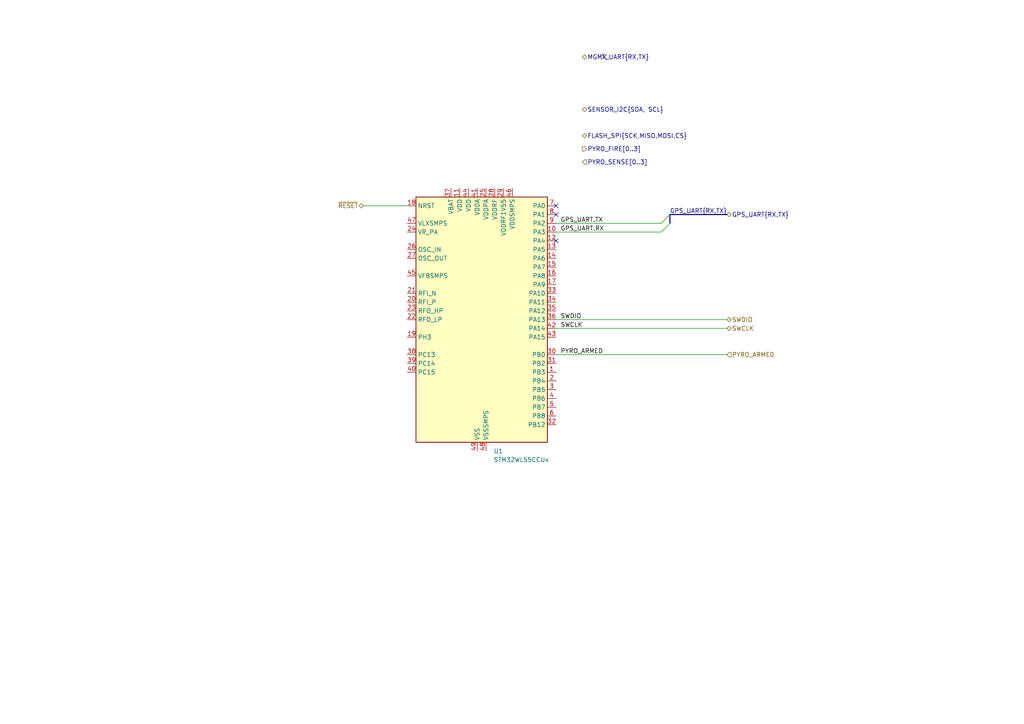
<source format=kicad_sch>
(kicad_sch (version 20231120) (generator "eeschema") (generator_version "8.0")
  (paper "A4")
  (title_block (title "Blackstone Flight Computer - Overview") (date "2024-08-02") (rev "Rev A") (company "UC Aerospace") (comment 1 "Project: Blackstone"))
  (lib_symbols
    (symbol "MCU_ST_STM32WL:STM32WL55CCUx"
      (property "Reference" "U" (at -17.78 36.83 0))
      (property "Value" "STM32WL55CCUx" (at 12.7 36.83 0))
      (symbol "STM32WL55CCUx_0_1"
        (rectangle (start -17.78 -35.56) (end 20.32 35.56) (stroke (width 0.254)) (fill (type background)))
      )
      (symbol "STM32WL55CCUx_1_1"
        (pin bidirectional line (at 22.86 -15.24 180) (length 2.54) (name "PB3") (number "1"))
        (pin bidirectional line (at 22.86 25.4 180) (length 2.54) (name "PA3") (number "10"))
        (pin power_in line (at -5.08 38.1 270) (length 2.54) (name "VDD") (number "11"))
        (pin bidirectional line (at 22.86 22.86 180) (length 2.54) (name "PA4") (number "12"))
        (pin bidirectional line (at 22.86 20.32 180) (length 2.54) (name "PA5") (number "13"))
        (pin bidirectional line (at 22.86 17.78 180) (length 2.54) (name "PA6") (number "14"))
        (pin bidirectional line (at 22.86 15.24 180) (length 2.54) (name "PA7") (number "15"))
        (pin bidirectional line (at 22.86 12.7 180) (length 2.54) (name "PA8") (number "16"))
        (pin bidirectional line (at 22.86 10.16 180) (length 2.54) (name "PA9") (number "17"))
        (pin input line (at -20.32 33.02 0) (length 2.54) (name "NRST") (number "18"))
        (pin bidirectional line (at -20.32 -5.08 0) (length 2.54) (name "PH3") (number "19"))
        (pin bidirectional line (at 22.86 -17.78 180) (length 2.54) (name "PB4") (number "2"))
        (pin bidirectional line (at -20.32 5.08 0) (length 2.54) (name "RFI_P") (number "20"))
        (pin bidirectional line (at -20.32 7.62 0) (length 2.54) (name "RFI_N") (number "21"))
        (pin bidirectional line (at -20.32 0 0) (length 2.54) (name "RFO_LP") (number "22"))
        (pin bidirectional line (at -20.32 2.54 0) (length 2.54) (name "RFO_HP") (number "23"))
        (pin power_in line (at -20.32 25.4 0) (length 2.54) (name "VR_PA") (number "24"))
        (pin power_in line (at 2.54 38.1 270) (length 2.54) (name "VDDPA") (number "25"))
        (pin input line (at -20.32 20.32 0) (length 2.54) (name "OSC_IN") (number "26"))
        (pin input line (at -20.32 17.78 0) (length 2.54) (name "OSC_OUT") (number "27"))
        (pin power_in line (at 5.08 38.1 270) (length 2.54) (name "VDDRF") (number "28"))
        (pin power_in line (at 7.62 38.1 270) (length 2.54) (name "VDDRF1V55") (number "29"))
        (pin bidirectional line (at 22.86 -20.32 180) (length 2.54) (name "PB5") (number "3"))
        (pin bidirectional line (at 22.86 -10.16 180) (length 2.54) (name "PB0") (number "30"))
        (pin bidirectional line (at 22.86 -12.7 180) (length 2.54) (name "PB2") (number "31"))
        (pin bidirectional line (at 22.86 -30.48 180) (length 2.54) (name "PB12") (number "32"))
        (pin bidirectional line (at 22.86 7.62 180) (length 2.54) (name "PA10") (number "33"))
        (pin bidirectional line (at 22.86 5.08 180) (length 2.54) (name "PA11") (number "34"))
        (pin bidirectional line (at 22.86 2.54 180) (length 2.54) (name "PA12") (number "35"))
        (pin bidirectional line (at 22.86 0 180) (length 2.54) (name "PA13") (number "36"))
        (pin power_in line (at -7.62 38.1 270) (length 2.54) (name "VBAT") (number "37"))
        (pin bidirectional line (at -20.32 -10.16 0) (length 2.54) (name "PC13") (number "38"))
        (pin bidirectional line (at -20.32 -12.7 0) (length 2.54) (name "PC14") (number "39"))
        (pin bidirectional line (at 22.86 -22.86 180) (length 2.54) (name "PB6") (number "4"))
        (pin bidirectional line (at -20.32 -15.24 0) (length 2.54) (name "PC15") (number "40"))
        (pin power_in line (at 0 38.1 270) (length 2.54) (name "VDDA") (number "41"))
        (pin bidirectional line (at 22.86 -2.54 180) (length 2.54) (name "PA14") (number "42"))
        (pin bidirectional line (at 22.86 -5.08 180) (length 2.54) (name "PA15") (number "43"))
        (pin power_in line (at -2.54 38.1 270) (length 2.54) (name "VDD") (number "44"))
        (pin input line (at -20.32 12.7 0) (length 2.54) (name "VFBSMPS") (number "45"))
        (pin power_in line (at 10.16 38.1 270) (length 2.54) (name "VDDSMPS") (number "46"))
        (pin power_in line (at -20.32 27.94 0) (length 2.54) (name "VLXSMPS") (number "47"))
        (pin power_in line (at 2.54 -38.1 90) (length 2.54) (name "VSSSMPS") (number "48"))
        (pin power_in line (at 0 -38.1 90) (length 2.54) (name "VSS") (number "49"))
        (pin bidirectional line (at 22.86 -25.4 180) (length 2.54) (name "PB7") (number "5"))
        (pin bidirectional line (at 22.86 -27.94 180) (length 2.54) (name "PB8") (number "6"))
        (pin bidirectional line (at 22.86 33.02 180) (length 2.54) (name "PA0") (number "7"))
        (pin bidirectional line (at 22.86 30.48 180) (length 2.54) (name "PA1") (number "8"))
        (pin bidirectional line (at 22.86 27.94 180) (length 2.54) (name "PA2") (number "9"))
      )
    )
  )
  (no_connect (at 161.29 69.85))
  (no_connect (at 161.29 62.23))
  (no_connect (at 161.29 59.69))
  (no_connect (at 175.26 16.51))
  (bus_entry (at 194.31 64.77) (size -2.54 2.54))
  (bus_entry (at 194.31 62.23) (size -2.54 2.54))
  (bus (pts (xy 194.31 62.23) (xy 210.82 62.23)))
  (wire (pts (xy 161.29 102.87) (xy 210.82 102.87)))
  (wire (pts (xy 161.29 92.71) (xy 210.82 92.71)))
  (bus (pts (xy 194.31 64.77) (xy 194.31 62.23)))
  (wire (pts (xy 161.29 95.25) (xy 210.82 95.25)))
  (wire (pts (xy 191.77 67.31) (xy 161.29 67.31)))
  (wire (pts (xy 161.29 64.77) (xy 191.77 64.77)))
  (wire (pts (xy 105.41 59.69) (xy 118.11 59.69)))
  (label "PYRO_ARMED" (at 162.56 102.87 0))
  (label "GPS_UART{RX,TX}" (at 194.31 62.23 0))
  (label "SWCLK" (at 162.56 95.25 0))
  (label "GPS_UART.TX" (at 162.56 64.77 0))
  (label "GPS_UART.RX" (at 162.56 67.31 0))
  (label "SWDIO" (at 162.56 92.71 0))
  (hierarchical_label "FLASH_SPI{SCK,MISO,MOSI,CS}" (shape bidirectional) (at 168.91 39.37 0))
  (hierarchical_label "SWCLK" (shape bidirectional) (at 210.82 95.25 0))
  (hierarchical_label "MGMT_UART{RX,TX}" (shape bidirectional) (at 168.91 16.51 0))
  (hierarchical_label "PYRO_SENSE[0..3]" (shape input) (at 168.91 46.99 0))
  (hierarchical_label "SWDIO" (shape bidirectional) (at 210.82 92.71 0))
  (hierarchical_label "PYRO_ARMED" (shape input) (at 210.82 102.87 0))
  (hierarchical_label "GPS_UART{RX,TX}" (shape bidirectional) (at 210.82 62.23 0))
  (hierarchical_label "~{RESET}" (shape bidirectional) (at 105.41 59.69 180))
  (hierarchical_label "PYRO_FIRE[0..3]" (shape output) (at 168.91 43.18 0))
  (hierarchical_label "SENSOR_I2C{SDA, SCL}" (shape bidirectional) (at 168.91 31.75 0))
  (symbol (lib_id "MCU_ST_STM32WL:STM32WL55CCUx") (at 138.43 92.71 0) (unit 1)
    (property "Reference" "U1" (at 143.1641 130.81 0) (effects (justify left)))
    (property "Value" "STM32WL55CCUx" (at 143.1641 133.35 0) (effects (justify left)))
    (property "Footprint" "Package_DFN_QFN:QFN-48-1EP_7x7mm_P0.5mm_EP5.6x5.6mm" (effects (hide yes)))
    (property "Datasheet" "https://www.st.com/resource/en/datasheet/stm32wl55cc.pdf" (effects (hide yes)))
    (property "Description" "STMicroelectronics Arm Cortex-M4 MCU, 256KB flash, 64KB RAM, 48 MHz, 1.8-3.6V, 29 GPIO, UFQFPN48" (effects (hide yes)))
  )
)
</source>
